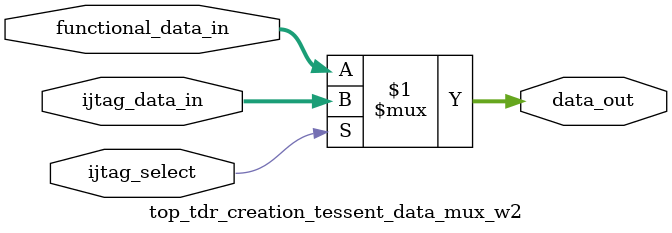
<source format=v>

module top_tdr_creation_tessent_data_mux_w2 (
  ijtag_select,
  functional_data_in,
  ijtag_data_in,
  data_out
);
 
input               ijtag_select;
input  [1:0]        functional_data_in;
input  [1:0]        ijtag_data_in;
output [1:0]        data_out;
 
assign data_out = (ijtag_select) ? ijtag_data_in : functional_data_in;
 
endmodule

</source>
